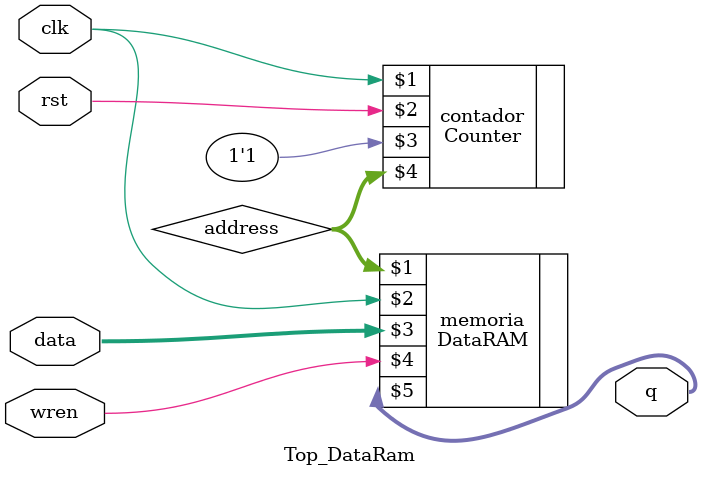
<source format=sv>
module Top_DataRam (input clk, input rst, wren, input [7:0] data, output [7:0] q);

	logic [7:0] address;
	
	Counter contador (clk,rst,1'b1,address);
	
	DataRAM memoria (address,clk,data,wren,q);
	


endmodule  
</source>
